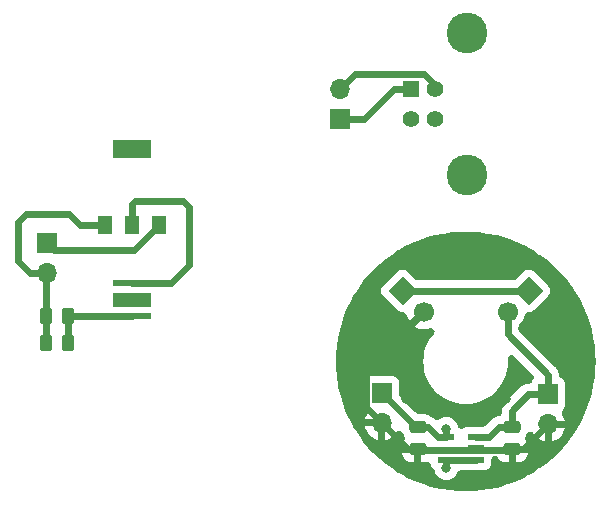
<source format=gtl>
%TF.GenerationSoftware,KiCad,Pcbnew,7.0.5*%
%TF.CreationDate,2024-02-12T20:36:51+02:00*%
%TF.ProjectId,Desk Lamp,4465736b-204c-4616-9d70-2e6b69636164,rev?*%
%TF.SameCoordinates,Original*%
%TF.FileFunction,Copper,L1,Top*%
%TF.FilePolarity,Positive*%
%FSLAX46Y46*%
G04 Gerber Fmt 4.6, Leading zero omitted, Abs format (unit mm)*
G04 Created by KiCad (PCBNEW 7.0.5) date 2024-02-12 20:36:51*
%MOMM*%
%LPD*%
G01*
G04 APERTURE LIST*
G04 Aperture macros list*
%AMRoundRect*
0 Rectangle with rounded corners*
0 $1 Rounding radius*
0 $2 $3 $4 $5 $6 $7 $8 $9 X,Y pos of 4 corners*
0 Add a 4 corners polygon primitive as box body*
4,1,4,$2,$3,$4,$5,$6,$7,$8,$9,$2,$3,0*
0 Add four circle primitives for the rounded corners*
1,1,$1+$1,$2,$3*
1,1,$1+$1,$4,$5*
1,1,$1+$1,$6,$7*
1,1,$1+$1,$8,$9*
0 Add four rect primitives between the rounded corners*
20,1,$1+$1,$2,$3,$4,$5,0*
20,1,$1+$1,$4,$5,$6,$7,0*
20,1,$1+$1,$6,$7,$8,$9,0*
20,1,$1+$1,$8,$9,$2,$3,0*%
%AMHorizOval*
0 Thick line with rounded ends*
0 $1 width*
0 $2 $3 position (X,Y) of the first rounded end (center of the circle)*
0 $4 $5 position (X,Y) of the second rounded end (center of the circle)*
0 Add line between two ends*
20,1,$1,$2,$3,$4,$5,0*
0 Add two circle primitives to create the rounded ends*
1,1,$1,$2,$3*
1,1,$1,$4,$5*%
%AMRotRect*
0 Rectangle, with rotation*
0 The origin of the aperture is its center*
0 $1 length*
0 $2 width*
0 $3 Rotation angle, in degrees counterclockwise*
0 Add horizontal line*
21,1,$1,$2,0,0,$3*%
G04 Aperture macros list end*
%TA.AperFunction,ComponentPad*%
%ADD10R,1.700000X1.700000*%
%TD*%
%TA.AperFunction,ComponentPad*%
%ADD11O,1.700000X1.700000*%
%TD*%
%TA.AperFunction,SMDPad,CuDef*%
%ADD12R,1.200000X1.500000*%
%TD*%
%TA.AperFunction,SMDPad,CuDef*%
%ADD13R,3.300000X1.500000*%
%TD*%
%TA.AperFunction,SMDPad,CuDef*%
%ADD14RoundRect,0.250000X-0.475000X0.250000X-0.475000X-0.250000X0.475000X-0.250000X0.475000X0.250000X0*%
%TD*%
%TA.AperFunction,ComponentPad*%
%ADD15RotRect,1.700000X1.700000X45.000000*%
%TD*%
%TA.AperFunction,ComponentPad*%
%ADD16HorizOval,1.700000X0.000000X0.000000X0.000000X0.000000X0*%
%TD*%
%TA.AperFunction,ComponentPad*%
%ADD17RotRect,1.700000X1.700000X315.000000*%
%TD*%
%TA.AperFunction,ComponentPad*%
%ADD18HorizOval,1.700000X0.000000X0.000000X0.000000X0.000000X0*%
%TD*%
%TA.AperFunction,ComponentPad*%
%ADD19R,1.400000X1.400000*%
%TD*%
%TA.AperFunction,ComponentPad*%
%ADD20C,1.400000*%
%TD*%
%TA.AperFunction,ComponentPad*%
%ADD21C,3.450000*%
%TD*%
%TA.AperFunction,SMDPad,CuDef*%
%ADD22RoundRect,0.250000X0.262500X0.450000X-0.262500X0.450000X-0.262500X-0.450000X0.262500X-0.450000X0*%
%TD*%
%TA.AperFunction,SMDPad,CuDef*%
%ADD23R,3.300000X0.500000*%
%TD*%
%TA.AperFunction,SMDPad,CuDef*%
%ADD24R,3.300000X1.300000*%
%TD*%
%TA.AperFunction,SMDPad,CuDef*%
%ADD25R,1.400000X0.600000*%
%TD*%
%TA.AperFunction,ViaPad*%
%ADD26C,0.800000*%
%TD*%
%TA.AperFunction,Conductor*%
%ADD27C,0.600000*%
%TD*%
G04 APERTURE END LIST*
D10*
%TO.P,J_{Battery+}1,1,Pin_1*%
%TO.N,/3.7V*%
X129336973Y-114853000D03*
D11*
%TO.P,J_{Battery+}1,2,Pin_2*%
%TO.N,/GND*%
X129336973Y-117393000D03*
%TD*%
D12*
%TO.P,IC1,1,GND*%
%TO.N,Net-(IC1-GND)*%
X91812523Y-100498424D03*
%TO.P,IC1,2,3.3VOut*%
%TO.N,Net-(IC1-3.3VOut)*%
X94112523Y-100498424D03*
%TO.P,IC1,3,15VIn*%
%TO.N,Net-(IC1-15VIn)*%
X96412523Y-100498424D03*
D13*
%TO.P,IC1,4,N.C*%
%TO.N,unconnected-(IC1-N.C-Pad4)*%
X94112523Y-94098424D03*
%TD*%
D10*
%TO.P,J_{VUSB+}1,1,Pin_1*%
%TO.N,/5V*%
X115241973Y-114721000D03*
D11*
%TO.P,J_{VUSB+}1,2,Pin_2*%
%TO.N,/GND*%
X115241973Y-117261000D03*
%TD*%
D14*
%TO.P,C1,1*%
%TO.N,/5V*%
X118289973Y-117601999D03*
%TO.P,C1,2*%
%TO.N,/GND*%
X118289973Y-119501999D03*
%TD*%
D15*
%TO.P,J_{VOUT}1,1,Pin_1*%
%TO.N,Net-(J_{Switch}1-Pin_1)*%
X117005412Y-106077439D03*
D16*
%TO.P,J_{VOUT}1,2,Pin_2*%
%TO.N,/GND*%
X118801463Y-107873490D03*
%TD*%
D17*
%TO.P,J_{Switch}1,1,Pin_1*%
%TO.N,Net-(J_{Switch}1-Pin_1)*%
X127698535Y-106077439D03*
D18*
%TO.P,J_{Switch}1,2,Pin_2*%
%TO.N,/3.7V*%
X125902484Y-107873490D03*
%TD*%
D19*
%TO.P,J2,1,VBUS*%
%TO.N,Net-(J2-VBUS)*%
X117728000Y-88996000D03*
D20*
%TO.P,J2,2,D-*%
%TO.N,unconnected-(J2-D--Pad2)*%
X117728000Y-91496000D03*
%TO.P,J2,3,D+*%
%TO.N,unconnected-(J2-D+-Pad3)*%
X119728000Y-91496000D03*
%TO.P,J2,4,GND*%
%TO.N,Net-(J2-GND)*%
X119728000Y-88996000D03*
D21*
%TO.P,J2,MH1,MH1*%
%TO.N,unconnected-(J2-PadMH1)*%
X122428000Y-84226000D03*
%TO.P,J2,MH2,MH2*%
%TO.N,unconnected-(J2-PadMH2)*%
X122428000Y-96266000D03*
%TD*%
D10*
%TO.P,J_{VIN}1,1,Pin_1*%
%TO.N,Net-(IC1-15VIn)*%
X86873523Y-101997424D03*
D11*
%TO.P,J_{VIN}1,2,Pin_2*%
%TO.N,Net-(IC1-GND)*%
X86873523Y-104537424D03*
%TD*%
D22*
%TO.P,R1,1*%
%TO.N,Net-(LED1-K)*%
X88675023Y-108230424D03*
%TO.P,R1,2*%
%TO.N,Net-(IC1-GND)*%
X86850023Y-108230424D03*
%TD*%
D23*
%TO.P,LED1,1,K*%
%TO.N,Net-(LED1-K)*%
X94112523Y-108223424D03*
%TO.P,LED1,2,A*%
%TO.N,Net-(IC1-3.3VOut)*%
X94112523Y-105423424D03*
D24*
%TO.P,LED1,3,EP*%
%TO.N,unconnected-(LED1-EP-Pad3)*%
X94112523Y-106823424D03*
%TD*%
D25*
%TO.P,IC2,1,CE*%
%TO.N,/5V*%
X123220973Y-120375000D03*
%TO.P,IC2,2,VSS*%
%TO.N,/GND*%
X123220973Y-119425000D03*
%TO.P,IC2,3,VBAT*%
%TO.N,/3.7V*%
X123220973Y-118475000D03*
%TO.P,IC2,4,VDD*%
%TO.N,/5V*%
X120720973Y-118475000D03*
%TO.P,IC2,5,PROG*%
X120720973Y-120375000D03*
%TD*%
D22*
%TO.P,R2,1*%
%TO.N,Net-(LED1-K)*%
X88675023Y-110516424D03*
%TO.P,R2,2*%
%TO.N,Net-(IC1-GND)*%
X86850023Y-110516424D03*
%TD*%
D10*
%TO.P,J5,1,Pin_1*%
%TO.N,Net-(J2-VBUS)*%
X111710576Y-91521523D03*
D11*
%TO.P,J5,2,Pin_2*%
%TO.N,Net-(J2-GND)*%
X111710576Y-88981523D03*
%TD*%
D14*
%TO.P,C2,1*%
%TO.N,/3.7V*%
X126290973Y-117602000D03*
%TO.P,C2,2*%
%TO.N,/GND*%
X126290973Y-119502000D03*
%TD*%
D26*
%TO.N,/GND*%
X117268959Y-115234000D03*
X125782977Y-115234004D03*
%TO.N,/5V*%
X120700973Y-121076000D03*
X120700973Y-117774000D03*
%TD*%
D27*
%TO.N,/GND*%
X123093973Y-119552000D02*
X118339973Y-119552000D01*
X123220973Y-119425000D02*
X123347973Y-119552000D01*
X113891973Y-115911000D02*
X115241973Y-117261000D01*
X117482972Y-119501999D02*
X115241973Y-117261000D01*
X117268959Y-115234000D02*
X118030959Y-115996000D01*
X126290973Y-119502000D02*
X127224973Y-119502000D01*
X127224973Y-119502000D02*
X129338973Y-117388000D01*
X113891973Y-112782980D02*
X113891973Y-115911000D01*
X118801463Y-107873490D02*
X113891973Y-112782980D01*
X123220973Y-119425000D02*
X123093973Y-119552000D01*
X123347973Y-119552000D02*
X126240973Y-119552000D01*
X118289973Y-119501999D02*
X117482972Y-119501999D01*
X118030959Y-115996000D02*
X125020981Y-115996000D01*
X125020981Y-115996000D02*
X125782977Y-115234004D01*
%TO.N,/5V*%
X120700973Y-117774000D02*
X120700973Y-118455000D01*
X118289973Y-117601999D02*
X118122972Y-117601999D01*
X120720973Y-120375000D02*
X123220973Y-120375000D01*
X120700973Y-118455000D02*
X120720973Y-118475000D01*
X118122972Y-117601999D02*
X115241973Y-114721000D01*
X120005973Y-118475000D02*
X119132973Y-117602000D01*
X120720973Y-118475000D02*
X120005973Y-118475000D01*
X119132973Y-117602000D02*
X118289973Y-117602000D01*
X120720973Y-120375000D02*
X120720973Y-121056000D01*
X120720973Y-121056000D02*
X120700973Y-121076000D01*
%TO.N,/3.7V*%
X127664026Y-114853000D02*
X129336973Y-114853000D01*
X129336973Y-114853000D02*
X129336973Y-113191099D01*
X123220973Y-118475000D02*
X124296026Y-118475000D01*
X126290973Y-116226053D02*
X127664026Y-114853000D01*
X126290973Y-117602000D02*
X126290973Y-116226053D01*
X125169026Y-117602000D02*
X126290973Y-117602000D01*
X124296026Y-118475000D02*
X125169026Y-117602000D01*
X125902484Y-109756610D02*
X125902484Y-107873490D01*
X125889922Y-107886051D02*
X125902484Y-107873490D01*
X129336973Y-113191099D02*
X125902484Y-109756610D01*
%TO.N,Net-(IC1-GND)*%
X84460523Y-103521424D02*
X85476523Y-104537424D01*
X88778523Y-99584424D02*
X85095523Y-99584424D01*
X85476523Y-104537424D02*
X86873523Y-104537424D01*
X86850023Y-110516424D02*
X86850023Y-108230424D01*
X85095523Y-99584424D02*
X84460523Y-100219424D01*
X89692523Y-100498424D02*
X88778523Y-99584424D01*
X86850023Y-108230424D02*
X86850023Y-104560924D01*
X84460523Y-100219424D02*
X84460523Y-103521424D01*
X91812523Y-100498424D02*
X89692523Y-100498424D01*
X86850023Y-104560924D02*
X86873523Y-104537424D01*
%TO.N,Net-(LED1-K)*%
X94112523Y-108223424D02*
X88682023Y-108223424D01*
X88675023Y-108230424D02*
X88675023Y-110516424D01*
X88682023Y-108223424D02*
X88675023Y-108230424D01*
%TO.N,Net-(IC1-3.3VOut)*%
X94366523Y-98441424D02*
X98430523Y-98441424D01*
X94112523Y-98695424D02*
X94366523Y-98441424D01*
X98938523Y-103902424D02*
X97417523Y-105423424D01*
X98938523Y-98949424D02*
X98938523Y-103902424D01*
X97417523Y-105423424D02*
X94112523Y-105423424D01*
X94112523Y-100498424D02*
X94112523Y-98695424D01*
X98430523Y-98441424D02*
X98938523Y-98949424D01*
%TO.N,Net-(IC1-15VIn)*%
X87503523Y-102627424D02*
X94283523Y-102627424D01*
X94283523Y-102627424D02*
X96412523Y-100498424D01*
X86873523Y-101997424D02*
X87503523Y-102627424D01*
%TO.N,Net-(J2-VBUS)*%
X117728000Y-88996000D02*
X116268099Y-88996000D01*
X113742576Y-91521523D02*
X111710576Y-91521523D01*
X116268099Y-88996000D02*
X113742576Y-91521523D01*
%TO.N,Net-(J2-GND)*%
X119728000Y-88616947D02*
X119728000Y-88996000D01*
X118822576Y-87711523D02*
X119728000Y-88616947D01*
X111710576Y-88981523D02*
X112980576Y-87711523D01*
X112980576Y-87711523D02*
X118822576Y-87711523D01*
%TO.N,Net-(J_{Switch}1-Pin_1)*%
X117273973Y-106090000D02*
X127685973Y-106090000D01*
X117146973Y-106217000D02*
X117273973Y-106090000D01*
%TD*%
%TA.AperFunction,Conductor*%
%TO.N,/GND*%
G36*
X122771793Y-101072185D02*
G01*
X123011597Y-101079432D01*
X123020592Y-101079975D01*
X123581730Y-101130967D01*
X123673314Y-101139290D01*
X123682262Y-101140375D01*
X124330234Y-101238995D01*
X124339085Y-101240616D01*
X124920171Y-101365353D01*
X124979900Y-101378175D01*
X124988662Y-101380333D01*
X125620014Y-101556337D01*
X125628621Y-101559019D01*
X126248186Y-101772818D01*
X126256613Y-101776013D01*
X126862156Y-102026838D01*
X126870345Y-102030523D01*
X127459645Y-102317453D01*
X127467621Y-102321640D01*
X127670758Y-102436210D01*
X128038505Y-102643620D01*
X128046214Y-102648280D01*
X128596622Y-103004146D01*
X128604041Y-103009267D01*
X129131931Y-103397696D01*
X129139041Y-103403266D01*
X129642521Y-103822864D01*
X129649282Y-103828854D01*
X130126503Y-104278082D01*
X130132890Y-104284469D01*
X130582118Y-104761690D01*
X130588108Y-104768451D01*
X131007706Y-105271931D01*
X131013276Y-105279041D01*
X131401705Y-105806931D01*
X131406831Y-105814357D01*
X131678281Y-106234202D01*
X131762686Y-106364749D01*
X131767359Y-106372479D01*
X132089332Y-106943351D01*
X132093525Y-106951340D01*
X132380442Y-107540612D01*
X132384141Y-107548831D01*
X132617848Y-108113051D01*
X132634951Y-108154340D01*
X132638154Y-108162786D01*
X132851953Y-108782351D01*
X132854640Y-108790974D01*
X133030636Y-109422301D01*
X133032797Y-109431072D01*
X133170350Y-110071859D01*
X133171978Y-110080744D01*
X133270594Y-110728691D01*
X133271682Y-110737658D01*
X133330995Y-111390358D01*
X133331540Y-111399375D01*
X133351336Y-112054484D01*
X133351336Y-112063516D01*
X133331540Y-112718624D01*
X133330995Y-112727641D01*
X133271682Y-113380341D01*
X133270594Y-113389308D01*
X133171978Y-114037255D01*
X133170350Y-114046140D01*
X133032797Y-114686927D01*
X133030636Y-114695698D01*
X132854640Y-115327025D01*
X132851953Y-115335648D01*
X132638154Y-115955213D01*
X132634951Y-115963659D01*
X132384141Y-116569168D01*
X132380436Y-116577399D01*
X132267967Y-116808390D01*
X132093530Y-117166650D01*
X132089332Y-117174648D01*
X131767359Y-117745520D01*
X131762686Y-117753250D01*
X131406836Y-118303635D01*
X131401705Y-118311068D01*
X131013276Y-118838958D01*
X131007706Y-118846068D01*
X130588108Y-119349548D01*
X130582118Y-119356309D01*
X130132890Y-119833530D01*
X130126503Y-119839917D01*
X129649282Y-120289145D01*
X129642521Y-120295135D01*
X129139041Y-120714733D01*
X129131931Y-120720303D01*
X128604041Y-121108732D01*
X128596608Y-121113863D01*
X128046223Y-121469713D01*
X128038493Y-121474386D01*
X127467621Y-121796359D01*
X127459623Y-121800557D01*
X126922619Y-122062025D01*
X126870378Y-122087461D01*
X126862141Y-122091168D01*
X126256632Y-122341978D01*
X126248186Y-122345181D01*
X125628621Y-122558980D01*
X125619998Y-122561667D01*
X124988671Y-122737663D01*
X124979900Y-122739824D01*
X124339113Y-122877377D01*
X124330228Y-122879005D01*
X123682281Y-122977621D01*
X123673314Y-122978709D01*
X123020614Y-123038022D01*
X123011597Y-123038567D01*
X122356490Y-123058363D01*
X122347457Y-123058363D01*
X121692348Y-123038567D01*
X121683331Y-123038022D01*
X121030631Y-122978709D01*
X121021664Y-122977621D01*
X120373717Y-122879005D01*
X120364832Y-122877377D01*
X119724045Y-122739824D01*
X119715274Y-122737663D01*
X119083947Y-122561667D01*
X119075324Y-122558980D01*
X118455759Y-122345181D01*
X118447313Y-122341978D01*
X117841804Y-122091168D01*
X117833585Y-122087469D01*
X117244313Y-121800552D01*
X117236324Y-121796359D01*
X116665452Y-121474386D01*
X116657722Y-121469713D01*
X116352128Y-121272132D01*
X116107330Y-121113858D01*
X116099904Y-121108732D01*
X115572014Y-120720303D01*
X115564904Y-120714733D01*
X115061424Y-120295135D01*
X115054663Y-120289145D01*
X114577442Y-119839917D01*
X114571055Y-119833530D01*
X114541374Y-119801999D01*
X116964974Y-119801999D01*
X116964974Y-119825922D01*
X116967786Y-119867419D01*
X116967787Y-119867420D01*
X117012409Y-120046850D01*
X117012411Y-120046855D01*
X117094552Y-120212476D01*
X117094555Y-120212481D01*
X117210387Y-120356583D01*
X117210388Y-120356584D01*
X117354490Y-120472416D01*
X117354495Y-120472419D01*
X117520116Y-120554560D01*
X117520121Y-120554562D01*
X117699545Y-120599183D01*
X117741064Y-120601998D01*
X117989973Y-120601998D01*
X117989973Y-119801999D01*
X116964974Y-119801999D01*
X114541374Y-119801999D01*
X114121827Y-119356309D01*
X114115837Y-119349548D01*
X114106805Y-119338711D01*
X113696238Y-118846067D01*
X113690669Y-118838958D01*
X113466155Y-118533835D01*
X113302234Y-118311060D01*
X113297119Y-118303649D01*
X112941253Y-117753241D01*
X112936593Y-117745532D01*
X112697218Y-117321111D01*
X112614613Y-117174648D01*
X112610426Y-117166672D01*
X112323496Y-116577372D01*
X112319811Y-116569183D01*
X112068986Y-115963640D01*
X112065791Y-115955213D01*
X111946788Y-115610357D01*
X113791473Y-115610357D01*
X113806928Y-115727761D01*
X113831991Y-115788268D01*
X113867437Y-115873841D01*
X113867439Y-115873844D01*
X113867441Y-115873847D01*
X113941384Y-115970211D01*
X113963691Y-115999282D01*
X113972239Y-116005841D01*
X113990637Y-116019958D01*
X114064036Y-116101730D01*
X114102940Y-116204494D01*
X114102094Y-116314373D01*
X114061612Y-116416527D01*
X114058930Y-116420709D01*
X113962368Y-116568507D01*
X113865837Y-116788572D01*
X113822174Y-116960999D01*
X113822175Y-116961000D01*
X114840419Y-116961000D01*
X114782480Y-117051156D01*
X114741973Y-117189111D01*
X114741973Y-117332889D01*
X114782480Y-117470844D01*
X114840419Y-117561000D01*
X113822174Y-117561000D01*
X113865837Y-117733427D01*
X113962368Y-117953492D01*
X114093797Y-118154659D01*
X114256546Y-118331452D01*
X114256549Y-118331455D01*
X114446180Y-118479051D01*
X114657517Y-118593421D01*
X114884799Y-118671446D01*
X114884797Y-118671446D01*
X114941973Y-118680986D01*
X114941973Y-117662643D01*
X114968873Y-117685952D01*
X115099658Y-117745680D01*
X115206210Y-117761000D01*
X115277736Y-117761000D01*
X115384288Y-117745680D01*
X115515073Y-117685952D01*
X115541973Y-117662643D01*
X115541973Y-118680986D01*
X115599147Y-118671446D01*
X115826428Y-118593421D01*
X116037765Y-118479051D01*
X116227396Y-118331455D01*
X116227399Y-118331452D01*
X116390148Y-118154658D01*
X116390152Y-118154654D01*
X116466878Y-118037216D01*
X116542857Y-117957836D01*
X116642381Y-117911263D01*
X116752009Y-117903787D01*
X116856934Y-117936418D01*
X116942986Y-118004749D01*
X116998544Y-118099552D01*
X117007353Y-118128593D01*
X117011934Y-118147015D01*
X117011935Y-118147018D01*
X117011936Y-118147020D01*
X117094131Y-118312752D01*
X117109163Y-118331452D01*
X117136186Y-118365070D01*
X117188119Y-118461905D01*
X117201565Y-118570962D01*
X117174707Y-118677511D01*
X117136188Y-118739723D01*
X117094555Y-118791517D01*
X117094552Y-118791521D01*
X117012411Y-118957142D01*
X117012409Y-118957147D01*
X116967788Y-119136570D01*
X116967788Y-119136572D01*
X116964973Y-119178091D01*
X116964973Y-119201999D01*
X118290973Y-119201999D01*
X118398984Y-119222190D01*
X118492408Y-119280035D01*
X118558627Y-119367723D01*
X118588698Y-119473411D01*
X118589973Y-119500999D01*
X118589973Y-120601998D01*
X118838895Y-120601998D01*
X118838896Y-120601997D01*
X118880393Y-120599185D01*
X118880393Y-120599184D01*
X119063765Y-120553582D01*
X119173456Y-120547109D01*
X119278079Y-120580697D01*
X119363503Y-120649812D01*
X119418192Y-120745118D01*
X119432368Y-120804718D01*
X119435927Y-120831758D01*
X119453649Y-120874543D01*
X119496437Y-120977841D01*
X119496439Y-120977844D01*
X119496441Y-120977847D01*
X119592687Y-121103278D01*
X119592688Y-121103279D01*
X119592689Y-121103280D01*
X119592691Y-121103282D01*
X119609064Y-121115845D01*
X119682461Y-121197613D01*
X119713168Y-121266261D01*
X119772157Y-121460722D01*
X119772161Y-121460733D01*
X119865059Y-121634532D01*
X119865061Y-121634534D01*
X119865063Y-121634538D01*
X119990090Y-121786883D01*
X120142435Y-121911910D01*
X120142438Y-121911912D01*
X120142440Y-121911913D01*
X120316239Y-122004811D01*
X120316242Y-122004812D01*
X120316246Y-122004814D01*
X120504841Y-122062024D01*
X120504843Y-122062024D01*
X120504848Y-122062025D01*
X120700969Y-122081341D01*
X120700973Y-122081341D01*
X120700977Y-122081341D01*
X120897097Y-122062025D01*
X120897100Y-122062024D01*
X120897105Y-122062024D01*
X121085700Y-122004814D01*
X121259511Y-121911910D01*
X121411856Y-121786883D01*
X121536883Y-121634538D01*
X121629787Y-121460727D01*
X121629789Y-121460720D01*
X121630055Y-121460080D01*
X121630490Y-121459411D01*
X121636712Y-121447772D01*
X121637722Y-121448312D01*
X121690043Y-121368016D01*
X121779236Y-121303840D01*
X121885590Y-121276218D01*
X121906296Y-121275500D01*
X123275470Y-121275500D01*
X123275490Y-121275499D01*
X123960331Y-121275499D01*
X123960333Y-121275499D01*
X124077735Y-121260044D01*
X124223814Y-121199536D01*
X124349255Y-121103282D01*
X124445509Y-120977841D01*
X124506017Y-120831762D01*
X124521473Y-120714361D01*
X124521472Y-120330777D01*
X124541663Y-120222768D01*
X124599508Y-120129345D01*
X124687196Y-120063126D01*
X124792883Y-120033055D01*
X124902297Y-120043193D01*
X125000659Y-120092171D01*
X125074687Y-120173375D01*
X125088337Y-120197929D01*
X125095552Y-120212477D01*
X125095555Y-120212482D01*
X125211387Y-120356584D01*
X125211388Y-120356585D01*
X125355490Y-120472417D01*
X125355495Y-120472420D01*
X125521116Y-120554561D01*
X125521121Y-120554563D01*
X125700545Y-120599184D01*
X125742064Y-120601999D01*
X125990972Y-120601999D01*
X125990973Y-119802000D01*
X126590973Y-119802000D01*
X126590973Y-120601999D01*
X126839895Y-120601999D01*
X126839896Y-120601998D01*
X126881393Y-120599186D01*
X126881394Y-120599185D01*
X127060824Y-120554563D01*
X127060829Y-120554561D01*
X127226450Y-120472420D01*
X127226455Y-120472417D01*
X127370557Y-120356585D01*
X127370558Y-120356584D01*
X127486390Y-120212482D01*
X127486393Y-120212477D01*
X127568534Y-120046856D01*
X127568536Y-120046851D01*
X127613157Y-119867428D01*
X127613157Y-119867426D01*
X127615973Y-119825907D01*
X127615973Y-119802000D01*
X126590973Y-119802000D01*
X125990973Y-119802000D01*
X125990973Y-119501000D01*
X126011164Y-119392989D01*
X126069009Y-119299565D01*
X126156697Y-119233346D01*
X126262385Y-119203275D01*
X126289973Y-119202000D01*
X127615972Y-119202000D01*
X127615972Y-119178077D01*
X127615971Y-119178076D01*
X127613159Y-119136579D01*
X127613158Y-119136578D01*
X127568536Y-118957148D01*
X127568534Y-118957143D01*
X127486393Y-118791522D01*
X127486390Y-118791517D01*
X127444759Y-118739726D01*
X127392826Y-118642891D01*
X127379380Y-118533835D01*
X127406238Y-118427285D01*
X127444758Y-118365073D01*
X127486815Y-118312753D01*
X127564836Y-118155436D01*
X127630914Y-118067643D01*
X127724246Y-118009649D01*
X127832225Y-117989285D01*
X127940268Y-118009304D01*
X128033784Y-118067000D01*
X128083015Y-118124747D01*
X128188797Y-118286659D01*
X128351546Y-118463452D01*
X128351549Y-118463455D01*
X128541180Y-118611051D01*
X128752517Y-118725421D01*
X128979799Y-118803446D01*
X128979797Y-118803446D01*
X129036973Y-118812986D01*
X129036973Y-117794643D01*
X129063873Y-117817952D01*
X129194658Y-117877680D01*
X129301210Y-117893000D01*
X129372736Y-117893000D01*
X129479288Y-117877680D01*
X129610073Y-117817952D01*
X129636972Y-117794643D01*
X129636972Y-118812986D01*
X129694147Y-118803446D01*
X129921428Y-118725421D01*
X130132765Y-118611051D01*
X130322396Y-118463455D01*
X130322399Y-118463452D01*
X130485148Y-118286659D01*
X130616577Y-118085492D01*
X130713108Y-117865427D01*
X130756772Y-117693000D01*
X129738527Y-117693000D01*
X129796466Y-117602844D01*
X129836973Y-117464889D01*
X129836973Y-117321111D01*
X129796466Y-117183156D01*
X129738527Y-117093000D01*
X130756771Y-117093000D01*
X130756771Y-117092999D01*
X130713108Y-116920572D01*
X130616576Y-116700505D01*
X130520016Y-116552710D01*
X130477842Y-116451243D01*
X130475170Y-116341394D01*
X130512360Y-116237996D01*
X130584391Y-116155016D01*
X130588250Y-116152003D01*
X130615255Y-116131282D01*
X130711509Y-116005841D01*
X130772017Y-115859762D01*
X130787473Y-115742361D01*
X130787472Y-113963640D01*
X130772017Y-113846238D01*
X130711509Y-113700159D01*
X130615255Y-113574718D01*
X130615253Y-113574716D01*
X130489820Y-113478468D01*
X130489809Y-113478461D01*
X130422823Y-113450715D01*
X130330761Y-113390727D01*
X130266586Y-113301533D01*
X130238965Y-113195179D01*
X130238662Y-113190221D01*
X130237678Y-113171423D01*
X130237473Y-113163605D01*
X130237473Y-113143913D01*
X130237473Y-113143907D01*
X130235410Y-113124283D01*
X130234802Y-113116567D01*
X130231286Y-113049454D01*
X130231222Y-113049215D01*
X130222672Y-113003081D01*
X130222647Y-113002843D01*
X130201884Y-112938944D01*
X130199674Y-112931480D01*
X130182295Y-112866616D01*
X130182294Y-112866614D01*
X130182293Y-112866613D01*
X130182293Y-112866611D01*
X130182189Y-112866407D01*
X130164224Y-112823036D01*
X130164152Y-112822815D01*
X130154351Y-112805840D01*
X130130572Y-112764653D01*
X130126836Y-112757772D01*
X130096354Y-112697946D01*
X130096203Y-112697760D01*
X130069623Y-112659085D01*
X130069508Y-112658885D01*
X130069505Y-112658882D01*
X130024565Y-112608970D01*
X130019483Y-112603020D01*
X130007091Y-112587718D01*
X129993161Y-112573788D01*
X129987797Y-112568137D01*
X129942844Y-112518211D01*
X129942649Y-112518069D01*
X129906969Y-112487596D01*
X126890558Y-109471185D01*
X126828460Y-109380532D01*
X126803302Y-109273569D01*
X126802984Y-109259800D01*
X126802984Y-109153604D01*
X126823176Y-109045593D01*
X126881022Y-108952170D01*
X126882002Y-108951100D01*
X126902731Y-108928582D01*
X127051055Y-108767459D01*
X127182533Y-108566218D01*
X127279094Y-108346081D01*
X127338104Y-108113053D01*
X127338104Y-108113051D01*
X127340300Y-108104381D01*
X127386388Y-108004631D01*
X127465397Y-107928266D01*
X127566658Y-107885599D01*
X127669178Y-107881338D01*
X127698535Y-107885203D01*
X127855297Y-107864564D01*
X128001376Y-107804057D01*
X128095320Y-107731971D01*
X129353065Y-106474224D01*
X129425153Y-106380280D01*
X129485660Y-106234201D01*
X129506299Y-106077439D01*
X129485660Y-105920677D01*
X129425153Y-105774598D01*
X129425151Y-105774595D01*
X129353070Y-105680657D01*
X128095319Y-104422908D01*
X128064005Y-104398879D01*
X128001376Y-104350821D01*
X127979986Y-104341961D01*
X127855298Y-104290314D01*
X127753571Y-104276921D01*
X127698535Y-104269675D01*
X127698534Y-104269675D01*
X127541773Y-104290313D01*
X127395691Y-104350822D01*
X127301753Y-104422903D01*
X126622733Y-105101925D01*
X126532081Y-105164023D01*
X126425117Y-105189181D01*
X126411308Y-105189500D01*
X118292639Y-105189500D01*
X118184628Y-105169309D01*
X118091204Y-105111464D01*
X118081214Y-105101925D01*
X117402196Y-104422908D01*
X117370882Y-104398879D01*
X117308253Y-104350821D01*
X117286863Y-104341961D01*
X117162175Y-104290314D01*
X117005412Y-104269675D01*
X116848650Y-104290313D01*
X116702568Y-104350822D01*
X116608630Y-104422903D01*
X115350881Y-105680654D01*
X115278796Y-105774595D01*
X115278792Y-105774602D01*
X115218287Y-105920675D01*
X115218287Y-105920676D01*
X115197648Y-106077439D01*
X115218286Y-106234200D01*
X115218287Y-106234202D01*
X115273932Y-106368543D01*
X115278795Y-106380282D01*
X115350876Y-106474220D01*
X115350879Y-106474223D01*
X115350880Y-106474224D01*
X116608627Y-107731969D01*
X116702571Y-107804057D01*
X116848650Y-107864564D01*
X117005412Y-107885203D01*
X117035268Y-107881272D01*
X117144987Y-107887191D01*
X117245163Y-107932346D01*
X117322261Y-108010640D01*
X117364146Y-108104314D01*
X117425329Y-108345921D01*
X117521852Y-108565971D01*
X117521857Y-108565981D01*
X117586208Y-108664479D01*
X118302335Y-107948351D01*
X118341970Y-108083334D01*
X118419702Y-108204288D01*
X118528363Y-108298442D01*
X118659148Y-108358170D01*
X118730749Y-108368464D01*
X118006970Y-109092244D01*
X118006971Y-109092245D01*
X118217003Y-109205909D01*
X118444288Y-109283936D01*
X118681317Y-109323490D01*
X118921609Y-109323490D01*
X119158642Y-109283935D01*
X119316348Y-109229795D01*
X119425062Y-109213820D01*
X119532207Y-109238197D01*
X119623310Y-109299632D01*
X119686068Y-109389829D01*
X119712005Y-109496606D01*
X119697619Y-109605543D01*
X119645800Y-109700761D01*
X119445900Y-109947616D01*
X119241116Y-110262956D01*
X119070426Y-110597955D01*
X118935681Y-110948980D01*
X118838366Y-111312162D01*
X118779550Y-111683515D01*
X118779549Y-111683522D01*
X118759871Y-112058995D01*
X118759871Y-112059004D01*
X118779549Y-112434477D01*
X118779550Y-112434484D01*
X118838366Y-112805837D01*
X118854651Y-112866614D01*
X118935681Y-113169021D01*
X118980569Y-113285957D01*
X119070426Y-113520044D01*
X119241116Y-113855043D01*
X119241120Y-113855049D01*
X119241121Y-113855051D01*
X119442668Y-114165407D01*
X119445900Y-114170383D01*
X119445909Y-114170395D01*
X119682518Y-114462582D01*
X119948390Y-114728454D01*
X120021871Y-114787958D01*
X120240588Y-114965072D01*
X120555922Y-115169852D01*
X120555925Y-115169853D01*
X120555929Y-115169856D01*
X120890928Y-115340546D01*
X120890932Y-115340547D01*
X120890933Y-115340548D01*
X121241952Y-115475292D01*
X121605133Y-115572606D01*
X121976496Y-115631424D01*
X122283951Y-115647537D01*
X122351969Y-115651102D01*
X122351973Y-115651102D01*
X122351977Y-115651102D01*
X122417047Y-115647691D01*
X122727450Y-115631424D01*
X123098813Y-115572606D01*
X123461994Y-115475292D01*
X123813013Y-115340548D01*
X123830997Y-115331385D01*
X124148016Y-115169856D01*
X124148015Y-115169856D01*
X124148024Y-115169852D01*
X124463358Y-114965072D01*
X124755558Y-114728452D01*
X125021425Y-114462585D01*
X125258045Y-114170385D01*
X125462825Y-113855051D01*
X125633521Y-113520040D01*
X125768265Y-113169021D01*
X125865579Y-112805840D01*
X125924397Y-112434477D01*
X125940664Y-112124074D01*
X125944075Y-112059004D01*
X125944075Y-112058996D01*
X125940764Y-111995826D01*
X125930236Y-111794946D01*
X125944746Y-111686031D01*
X125997622Y-111589707D01*
X126081724Y-111518990D01*
X126185693Y-111483429D01*
X126295487Y-111487827D01*
X126396278Y-111531590D01*
X126440251Y-111567876D01*
X128041910Y-113169535D01*
X128104008Y-113260188D01*
X128129166Y-113367151D01*
X128113985Y-113475980D01*
X128067698Y-113562979D01*
X127962441Y-113700152D01*
X127962435Y-113700162D01*
X127934933Y-113766558D01*
X127874944Y-113858621D01*
X127785749Y-113922795D01*
X127679395Y-113950416D01*
X127674352Y-113950723D01*
X127661750Y-113951383D01*
X127644354Y-113952295D01*
X127636543Y-113952500D01*
X127616834Y-113952500D01*
X127597223Y-113954560D01*
X127589443Y-113955172D01*
X127522380Y-113958687D01*
X127522374Y-113958688D01*
X127522127Y-113958755D01*
X127476031Y-113967298D01*
X127475851Y-113967317D01*
X127475769Y-113967326D01*
X127475764Y-113967327D01*
X127411903Y-113988077D01*
X127404399Y-113990300D01*
X127339538Y-114007680D01*
X127339530Y-114007683D01*
X127339313Y-114007794D01*
X127295986Y-114025741D01*
X127295744Y-114025819D01*
X127295740Y-114025821D01*
X127237581Y-114059399D01*
X127230705Y-114063132D01*
X127170875Y-114093617D01*
X127170683Y-114093774D01*
X127132026Y-114120342D01*
X127131811Y-114120466D01*
X127081897Y-114165407D01*
X127075958Y-114170480D01*
X127060645Y-114182881D01*
X127060633Y-114182893D01*
X127046715Y-114196810D01*
X127041046Y-114202189D01*
X126991136Y-114247130D01*
X126991135Y-114247131D01*
X126990986Y-114247337D01*
X126960526Y-114282999D01*
X125720972Y-115522553D01*
X125685310Y-115553013D01*
X125685104Y-115553162D01*
X125685103Y-115553163D01*
X125640162Y-115603073D01*
X125634783Y-115608742D01*
X125620866Y-115622660D01*
X125620854Y-115622672D01*
X125608453Y-115637985D01*
X125603380Y-115643924D01*
X125558439Y-115693838D01*
X125558315Y-115694053D01*
X125531747Y-115732710D01*
X125531590Y-115732902D01*
X125501105Y-115792732D01*
X125497372Y-115799608D01*
X125463794Y-115857767D01*
X125463791Y-115857774D01*
X125463711Y-115858021D01*
X125445770Y-115901334D01*
X125445655Y-115901558D01*
X125445652Y-115901567D01*
X125428272Y-115966427D01*
X125426050Y-115973927D01*
X125405299Y-116037796D01*
X125405296Y-116037808D01*
X125405271Y-116038054D01*
X125396729Y-116084146D01*
X125396660Y-116084401D01*
X125396659Y-116084405D01*
X125393144Y-116151474D01*
X125392531Y-116159268D01*
X125390473Y-116178861D01*
X125390473Y-116198562D01*
X125390268Y-116206387D01*
X125386754Y-116273440D01*
X125386792Y-116273680D01*
X125390473Y-116320454D01*
X125390473Y-116404044D01*
X125370282Y-116512055D01*
X125312437Y-116605479D01*
X125224749Y-116671698D01*
X125122721Y-116701407D01*
X125121836Y-116701500D01*
X125121834Y-116701500D01*
X125102215Y-116703561D01*
X125094445Y-116704172D01*
X125027380Y-116707687D01*
X125027374Y-116707688D01*
X125027127Y-116707755D01*
X124981031Y-116716298D01*
X124980851Y-116716317D01*
X124980769Y-116716326D01*
X124980764Y-116716327D01*
X124916903Y-116737077D01*
X124909399Y-116739300D01*
X124844538Y-116756680D01*
X124844530Y-116756683D01*
X124844313Y-116756794D01*
X124800986Y-116774741D01*
X124800744Y-116774819D01*
X124800740Y-116774821D01*
X124742581Y-116808399D01*
X124735705Y-116812132D01*
X124675875Y-116842617D01*
X124675683Y-116842774D01*
X124637026Y-116869342D01*
X124636811Y-116869466D01*
X124586897Y-116914407D01*
X124580958Y-116919480D01*
X124565645Y-116931881D01*
X124565633Y-116931893D01*
X124551715Y-116945810D01*
X124546046Y-116951189D01*
X124496136Y-116996130D01*
X124496135Y-116996131D01*
X124495986Y-116996337D01*
X124465526Y-117031998D01*
X124010602Y-117486924D01*
X123919950Y-117549023D01*
X123812987Y-117574181D01*
X123799177Y-117574500D01*
X122481610Y-117574500D01*
X122481604Y-117574501D01*
X122364214Y-117589954D01*
X122310130Y-117612357D01*
X122218132Y-117650464D01*
X122218129Y-117650466D01*
X122218126Y-117650468D01*
X122152990Y-117700448D01*
X122055007Y-117750182D01*
X121945675Y-117761162D01*
X121839759Y-117731905D01*
X121788936Y-117700434D01*
X121784669Y-117697159D01*
X121780728Y-117694135D01*
X121707335Y-117612357D01*
X121676642Y-117543732D01*
X121629788Y-117389277D01*
X121629784Y-117389266D01*
X121536886Y-117215467D01*
X121536885Y-117215465D01*
X121536883Y-117215462D01*
X121411856Y-117063117D01*
X121259511Y-116938090D01*
X121259507Y-116938088D01*
X121259505Y-116938086D01*
X121085706Y-116845188D01*
X121085697Y-116845185D01*
X120897103Y-116787975D01*
X120897097Y-116787974D01*
X120700977Y-116768659D01*
X120700969Y-116768659D01*
X120504848Y-116787974D01*
X120504842Y-116787975D01*
X120316248Y-116845185D01*
X120316239Y-116845188D01*
X120142440Y-116938086D01*
X120142432Y-116938092D01*
X120132286Y-116946419D01*
X120035982Y-116999331D01*
X119927067Y-117013881D01*
X119820251Y-116988104D01*
X119743741Y-116935367D01*
X119742167Y-116937116D01*
X119736359Y-116931887D01*
X119736353Y-116931881D01*
X119721040Y-116919480D01*
X119715104Y-116914409D01*
X119665187Y-116869465D01*
X119664977Y-116869344D01*
X119626309Y-116842768D01*
X119626122Y-116842617D01*
X119626119Y-116842615D01*
X119566280Y-116812126D01*
X119559400Y-116808390D01*
X119501256Y-116774820D01*
X119501253Y-116774819D01*
X119501022Y-116774744D01*
X119457681Y-116756791D01*
X119457469Y-116756683D01*
X119457459Y-116756679D01*
X119404927Y-116742602D01*
X119305823Y-116695142D01*
X119294994Y-116686836D01*
X119225732Y-116631161D01*
X119225724Y-116631156D01*
X119223061Y-116629835D01*
X119059994Y-116548962D01*
X119059992Y-116548961D01*
X119059989Y-116548960D01*
X118880473Y-116504317D01*
X118880470Y-116504316D01*
X118880468Y-116504316D01*
X118838927Y-116501499D01*
X118838922Y-116501499D01*
X118419822Y-116501499D01*
X118311811Y-116481308D01*
X118218387Y-116423463D01*
X118208397Y-116413924D01*
X116780047Y-114985574D01*
X116717949Y-114894921D01*
X116692791Y-114787958D01*
X116692472Y-114774149D01*
X116692472Y-113831642D01*
X116677017Y-113714238D01*
X116677015Y-113714233D01*
X116616509Y-113568159D01*
X116612534Y-113562979D01*
X116520256Y-113442719D01*
X116520253Y-113442716D01*
X116394820Y-113346468D01*
X116394809Y-113346461D01*
X116248739Y-113285957D01*
X116248736Y-113285956D01*
X116131336Y-113270500D01*
X114352615Y-113270500D01*
X114235211Y-113285955D01*
X114131918Y-113328741D01*
X114089132Y-113346464D01*
X114089130Y-113346465D01*
X114089125Y-113346468D01*
X113963692Y-113442716D01*
X113963689Y-113442719D01*
X113867441Y-113568152D01*
X113867434Y-113568163D01*
X113806930Y-113714233D01*
X113806929Y-113714236D01*
X113791473Y-113831636D01*
X113791473Y-115610357D01*
X111946788Y-115610357D01*
X111851992Y-115335648D01*
X111849310Y-115327041D01*
X111673306Y-114695689D01*
X111671148Y-114686927D01*
X111580869Y-114266363D01*
X111533589Y-114046112D01*
X111531967Y-114037255D01*
X111530227Y-114025821D01*
X111433348Y-113389289D01*
X111432263Y-113380341D01*
X111413278Y-113171423D01*
X111372948Y-112727619D01*
X111372405Y-112718624D01*
X111352609Y-112063516D01*
X111352609Y-112054484D01*
X111372405Y-111399375D01*
X111372948Y-111390382D01*
X111432262Y-110737658D01*
X111433348Y-110728714D01*
X111531969Y-110080732D01*
X111533588Y-110071893D01*
X111671148Y-109431068D01*
X111673304Y-109422317D01*
X111849312Y-108790948D01*
X111851992Y-108782351D01*
X111853683Y-108777453D01*
X112065794Y-108162777D01*
X112068982Y-108154370D01*
X112319816Y-107548803D01*
X112323490Y-107540639D01*
X112610433Y-106951313D01*
X112614613Y-106943351D01*
X112936602Y-106372452D01*
X112941244Y-106364772D01*
X113297129Y-105814334D01*
X113302223Y-105806955D01*
X113690679Y-105279027D01*
X113696225Y-105271948D01*
X114115853Y-104768432D01*
X114121812Y-104761706D01*
X114571054Y-104284469D01*
X114577442Y-104278082D01*
X114586373Y-104269675D01*
X115054679Y-103828839D01*
X115061405Y-103822880D01*
X115564921Y-103403252D01*
X115572000Y-103397706D01*
X116099928Y-103009250D01*
X116107307Y-103004156D01*
X116657745Y-102648271D01*
X116665425Y-102643629D01*
X117236331Y-102321636D01*
X117244286Y-102317460D01*
X117833612Y-102030517D01*
X117841776Y-102026843D01*
X118447343Y-101776009D01*
X118455750Y-101772821D01*
X119075336Y-101559015D01*
X119083921Y-101556339D01*
X119715290Y-101380331D01*
X119724041Y-101378175D01*
X120364866Y-101240615D01*
X120373705Y-101238996D01*
X121021687Y-101140375D01*
X121030631Y-101139290D01*
X121043958Y-101138078D01*
X121683355Y-101079975D01*
X121692348Y-101079432D01*
X121886736Y-101073558D01*
X122347472Y-101059636D01*
X122356474Y-101059636D01*
X122771793Y-101072185D01*
G37*
%TD.AperFunction*%
%TD*%
M02*

</source>
